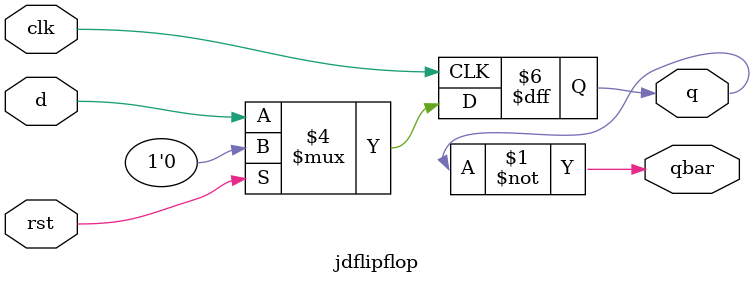
<source format=v>
module jdflipflop(q,qbar,clk,rst,d);
	output reg q;
	output qbar;
	input clk, rst;
	input d;

	assign qbar = ~q;

	always @(posedge clk)
	begin
		if (rst)
			q <= 0;
		else
			q <= d;
	end
endmodule

</source>
